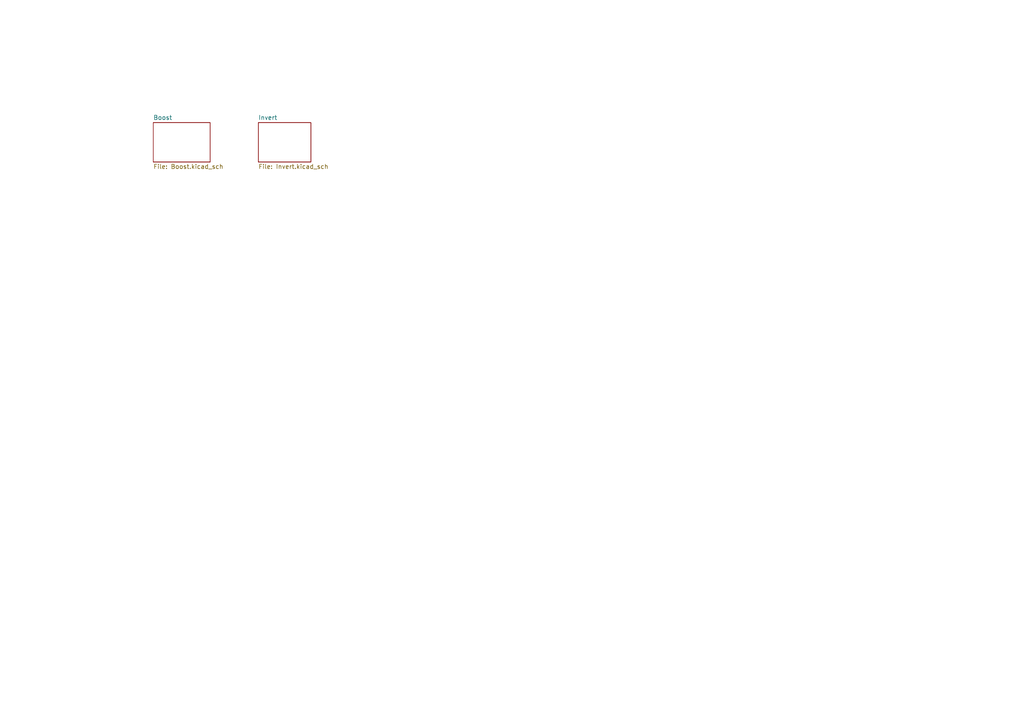
<source format=kicad_sch>
(kicad_sch
	(version 20231120)
	(generator "eeschema")
	(generator_version "8.0")
	(uuid "03772aa5-08c1-4cd6-8005-ce0263fc3dab")
	(paper "A4")
	(lib_symbols)
	(sheet
		(at 74.93 35.56)
		(size 15.24 11.43)
		(fields_autoplaced yes)
		(stroke
			(width 0.1524)
			(type solid)
		)
		(fill
			(color 0 0 0 0.0000)
		)
		(uuid "04bbfaa9-56e4-41fe-93df-fd5d33705031")
		(property "Sheetname" "Invert"
			(at 74.93 34.8484 0)
			(effects
				(font
					(size 1.27 1.27)
				)
				(justify left bottom)
			)
		)
		(property "Sheetfile" "Invert.kicad_sch"
			(at 74.93 47.5746 0)
			(effects
				(font
					(size 1.27 1.27)
				)
				(justify left top)
			)
		)
		(instances
			(project "NJM2374A_Combi"
				(path "/03772aa5-08c1-4cd6-8005-ce0263fc3dab"
					(page "3")
				)
			)
		)
	)
	(sheet
		(at 44.45 35.56)
		(size 16.51 11.43)
		(fields_autoplaced yes)
		(stroke
			(width 0.1524)
			(type solid)
		)
		(fill
			(color 0 0 0 0.0000)
		)
		(uuid "f6f34758-63c9-477c-a3b4-5b62f3fe941d")
		(property "Sheetname" "Boost"
			(at 44.45 34.8484 0)
			(effects
				(font
					(size 1.27 1.27)
				)
				(justify left bottom)
			)
		)
		(property "Sheetfile" "Boost.kicad_sch"
			(at 44.45 47.5746 0)
			(effects
				(font
					(size 1.27 1.27)
				)
				(justify left top)
			)
		)
		(instances
			(project "NJM2374A_Combi"
				(path "/03772aa5-08c1-4cd6-8005-ce0263fc3dab"
					(page "2")
				)
			)
		)
	)
	(sheet_instances
		(path "/"
			(page "1")
		)
	)
)

</source>
